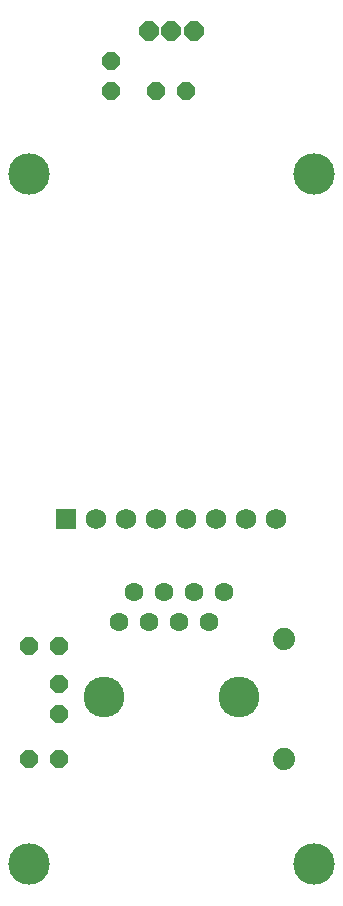
<source format=gts>
G75*
G70*
%OFA0B0*%
%FSLAX24Y24*%
%IPPOS*%
%LPD*%
%AMOC8*
5,1,8,0,0,1.08239X$1,22.5*
%
%ADD10OC8,0.0600*%
%ADD11C,0.0740*%
%ADD12C,0.1360*%
%ADD13C,0.0630*%
%ADD14OC8,0.0634*%
%ADD15R,0.0680X0.0680*%
%ADD16C,0.0680*%
%ADD17C,0.1380*%
D10*
X002427Y005101D03*
X003427Y005101D03*
X003427Y006601D03*
X003427Y007601D03*
X003427Y008851D03*
X002427Y008851D03*
X005177Y027351D03*
X005177Y028351D03*
X006677Y027351D03*
X007677Y027351D03*
D11*
X010927Y009101D03*
X010927Y005101D03*
D12*
X009427Y007151D03*
X004927Y007151D03*
D13*
X005427Y009651D03*
X005927Y010651D03*
X006427Y009651D03*
X006927Y010651D03*
X007427Y009651D03*
X007927Y010651D03*
X008427Y009651D03*
X008927Y010651D03*
D14*
X007927Y029351D03*
X007177Y029351D03*
X006427Y029351D03*
D15*
X003677Y013101D03*
D16*
X004677Y013101D03*
X005677Y013101D03*
X006677Y013101D03*
X007677Y013101D03*
X008677Y013101D03*
X009677Y013101D03*
X010677Y013101D03*
D17*
X002427Y001601D03*
X011927Y001601D03*
X011927Y024601D03*
X002427Y024601D03*
M02*

</source>
